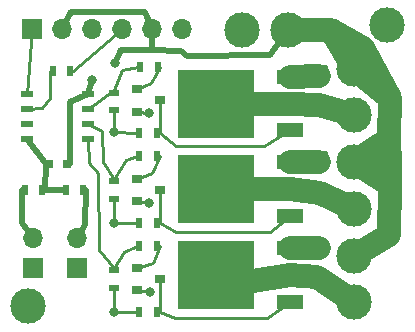
<source format=gbr>
G04 #@! TF.GenerationSoftware,KiCad,Pcbnew,(5.0.0)*
G04 #@! TF.CreationDate,2020-05-23T19:44:18-07:00*
G04 #@! TF.ProjectId,WS2811 Expander,57533238313120457870616E6465722E,rev?*
G04 #@! TF.SameCoordinates,Original*
G04 #@! TF.FileFunction,Copper,L1,Top,Signal*
G04 #@! TF.FilePolarity,Positive*
%FSLAX46Y46*%
G04 Gerber Fmt 4.6, Leading zero omitted, Abs format (unit mm)*
G04 Created by KiCad (PCBNEW (5.0.0)) date 05/23/20 19:44:18*
%MOMM*%
%LPD*%
G01*
G04 APERTURE LIST*
G04 #@! TA.AperFunction,ViaPad*
%ADD10C,0.600000*%
G04 #@! TD*
G04 #@! TA.AperFunction,SMDPad,CuDef*
%ADD11R,0.500000X0.900000*%
G04 #@! TD*
G04 #@! TA.AperFunction,SMDPad,CuDef*
%ADD12R,0.900000X0.500000*%
G04 #@! TD*
G04 #@! TA.AperFunction,SMDPad,CuDef*
%ADD13R,0.800000X0.750000*%
G04 #@! TD*
G04 #@! TA.AperFunction,ComponentPad*
%ADD14R,1.700000X1.700000*%
G04 #@! TD*
G04 #@! TA.AperFunction,ComponentPad*
%ADD15O,1.700000X1.700000*%
G04 #@! TD*
G04 #@! TA.AperFunction,SMDPad,CuDef*
%ADD16R,3.050000X2.750000*%
G04 #@! TD*
G04 #@! TA.AperFunction,SMDPad,CuDef*
%ADD17R,6.400000X5.800000*%
G04 #@! TD*
G04 #@! TA.AperFunction,SMDPad,CuDef*
%ADD18R,2.200000X1.200000*%
G04 #@! TD*
G04 #@! TA.AperFunction,ComponentPad*
%ADD19C,3.000000*%
G04 #@! TD*
G04 #@! TA.AperFunction,SMDPad,CuDef*
%ADD20R,0.900000X0.800000*%
G04 #@! TD*
G04 #@! TA.AperFunction,SMDPad,CuDef*
%ADD21R,1.100000X0.500000*%
G04 #@! TD*
G04 #@! TA.AperFunction,ViaPad*
%ADD22C,3.000000*%
G04 #@! TD*
G04 #@! TA.AperFunction,ViaPad*
%ADD23C,0.800000*%
G04 #@! TD*
G04 #@! TA.AperFunction,Conductor*
%ADD24C,2.000000*%
G04 #@! TD*
G04 #@! TA.AperFunction,Conductor*
%ADD25C,0.500000*%
G04 #@! TD*
G04 #@! TA.AperFunction,Conductor*
%ADD26C,0.250000*%
G04 #@! TD*
G04 APERTURE END LIST*
D10*
G04 #@! TO.N,N/C*
G04 #@! TO.C,REF\002A\002A*
X161015000Y-43880000D03*
G04 #@! TD*
G04 #@! TO.N,N/C*
G04 #@! TO.C,REF\002A\002A*
X161515000Y-43380000D03*
G04 #@! TD*
G04 #@! TO.N,N/C*
G04 #@! TO.C,REF\002A\002A*
X162015000Y-42880000D03*
G04 #@! TD*
G04 #@! TO.N,N/C*
G04 #@! TO.C,REF\002A\002A*
X162015000Y-43380000D03*
G04 #@! TD*
G04 #@! TO.N,N/C*
G04 #@! TO.C,REF\002A\002A*
X161515000Y-43880000D03*
G04 #@! TD*
G04 #@! TO.N,N/C*
G04 #@! TO.C,REF\002A\002A*
X161015000Y-43380000D03*
G04 #@! TD*
G04 #@! TO.N,N/C*
G04 #@! TO.C,REF\002A\002A*
X161515000Y-42880000D03*
G04 #@! TD*
G04 #@! TO.N,N/C*
G04 #@! TO.C,REF\002A\002A*
X161015000Y-42880000D03*
G04 #@! TD*
G04 #@! TO.N,N/C*
G04 #@! TO.C,REF\002A\002A*
X162015000Y-43880000D03*
G04 #@! TD*
G04 #@! TO.N,N/C*
G04 #@! TO.C,REF\002A\002A*
X161205000Y-36050000D03*
G04 #@! TD*
G04 #@! TO.N,N/C*
G04 #@! TO.C,REF\002A\002A*
X161705000Y-35550000D03*
G04 #@! TD*
G04 #@! TO.N,N/C*
G04 #@! TO.C,REF\002A\002A*
X162205000Y-36550000D03*
G04 #@! TD*
G04 #@! TO.N,N/C*
G04 #@! TO.C,REF\002A\002A*
X162205000Y-36050000D03*
G04 #@! TD*
G04 #@! TO.N,N/C*
G04 #@! TO.C,REF\002A\002A*
X161205000Y-36550000D03*
G04 #@! TD*
G04 #@! TO.N,N/C*
G04 #@! TO.C,REF\002A\002A*
X162205000Y-35550000D03*
G04 #@! TD*
G04 #@! TO.N,N/C*
G04 #@! TO.C,REF\002A\002A*
X161705000Y-36550000D03*
G04 #@! TD*
G04 #@! TO.N,N/C*
G04 #@! TO.C,REF\002A\002A*
X161705000Y-36050000D03*
G04 #@! TD*
G04 #@! TO.N,N/C*
G04 #@! TO.C,REF\002A\002A*
X161205000Y-35550000D03*
G04 #@! TD*
G04 #@! TO.N,N/C*
G04 #@! TO.C,REF\002A\002A*
X162205000Y-29290000D03*
G04 #@! TD*
G04 #@! TO.N,N/C*
G04 #@! TO.C,REF\002A\002A*
X161705000Y-29290000D03*
G04 #@! TD*
G04 #@! TO.N,N/C*
G04 #@! TO.C,REF\002A\002A*
X161205000Y-29290000D03*
G04 #@! TD*
G04 #@! TO.N,N/C*
G04 #@! TO.C,REF\002A\002A*
X162205000Y-28790000D03*
G04 #@! TD*
G04 #@! TO.N,N/C*
G04 #@! TO.C,REF\002A\002A*
X161705000Y-28790000D03*
G04 #@! TD*
G04 #@! TO.N,N/C*
G04 #@! TO.C,REF\002A\002A*
X161205000Y-28790000D03*
G04 #@! TD*
G04 #@! TO.N,N/C*
G04 #@! TO.C,REF\002A\002A*
X162205000Y-28290000D03*
G04 #@! TD*
G04 #@! TO.N,N/C*
G04 #@! TO.C,REF\002A\002A*
X161705000Y-28290000D03*
G04 #@! TD*
G04 #@! TO.N,N/C*
G04 #@! TO.C,REF\002A\002A*
X161205000Y-28290000D03*
G04 #@! TD*
D11*
G04 #@! TO.P,R11 ,1*
G04 #@! TO.N,Net-(R11-Pad1)*
X139140000Y-28480000D03*
G04 #@! TO.P,R11 ,2*
G04 #@! TO.N,/DIN*
X140640000Y-28480000D03*
G04 #@! TD*
G04 #@! TO.P,R6 ,1*
G04 #@! TO.N,/VCC*
X146490000Y-33790000D03*
G04 #@! TO.P,R6 ,2*
G04 #@! TO.N,Net-(Q4-Pad3)*
X147990000Y-33790000D03*
G04 #@! TD*
G04 #@! TO.P,R8 ,1*
G04 #@! TO.N,Net-(R10-Pad2)*
X141730000Y-38580000D03*
G04 #@! TO.P,R8 ,2*
G04 #@! TO.N,Net-(C1-Pad1)*
X140230000Y-38580000D03*
G04 #@! TD*
G04 #@! TO.P,R7 ,1*
G04 #@! TO.N,Net-(R7-Pad1)*
X136780000Y-38580000D03*
G04 #@! TO.P,R7 ,2*
G04 #@! TO.N,Net-(C1-Pad1)*
X138280000Y-38580000D03*
G04 #@! TD*
G04 #@! TO.P,R4 ,1*
G04 #@! TO.N,/VCC*
X146490000Y-48880000D03*
G04 #@! TO.P,R4 ,2*
G04 #@! TO.N,Net-(Q1-Pad3)*
X147990000Y-48880000D03*
G04 #@! TD*
G04 #@! TO.P,R5 ,1*
G04 #@! TO.N,/VCC*
X146490000Y-41360000D03*
G04 #@! TO.P,R5 ,2*
G04 #@! TO.N,Net-(Q3-Pad3)*
X147990000Y-41360000D03*
G04 #@! TD*
D12*
G04 #@! TO.P,R12,1*
G04 #@! TO.N,/VCC*
X144310000Y-46890000D03*
G04 #@! TO.P,R12,2*
G04 #@! TO.N,/OUTR*
X144310000Y-45390000D03*
G04 #@! TD*
G04 #@! TO.P,R13,1*
G04 #@! TO.N,/VCC*
X144370000Y-39340000D03*
G04 #@! TO.P,R13,2*
G04 #@! TO.N,/OUTG*
X144370000Y-37840000D03*
G04 #@! TD*
D11*
G04 #@! TO.P,R1,1*
G04 #@! TO.N,Net-(Q1-Pad1)*
X147990000Y-43300000D03*
G04 #@! TO.P,R1,2*
G04 #@! TO.N,/OUTR*
X146490000Y-43300000D03*
G04 #@! TD*
G04 #@! TO.P,R2,1*
G04 #@! TO.N,Net-(Q3-Pad1)*
X147990000Y-35730000D03*
G04 #@! TO.P,R2,2*
G04 #@! TO.N,/OUTG*
X146490000Y-35730000D03*
G04 #@! TD*
D12*
G04 #@! TO.P,R14,1*
G04 #@! TO.N,/VCC*
X144350000Y-31830000D03*
G04 #@! TO.P,R14,2*
G04 #@! TO.N,/OUTB*
X144350000Y-30330000D03*
G04 #@! TD*
D13*
G04 #@! TO.P,C1 ,2*
G04 #@! TO.N,/GND*
X140330000Y-36390000D03*
G04 #@! TO.P,C1 ,1*
G04 #@! TO.N,Net-(C1-Pad1)*
X138830000Y-36390000D03*
G04 #@! TD*
D11*
G04 #@! TO.P,R3,1*
G04 #@! TO.N,Net-(Q4-Pad1)*
X148030000Y-28180000D03*
G04 #@! TO.P,R3,2*
G04 #@! TO.N,/OUTB*
X146530000Y-28180000D03*
G04 #@! TD*
D14*
G04 #@! TO.P,J3,1*
G04 #@! TO.N,/DOUT*
X137360000Y-24950000D03*
D15*
G04 #@! TO.P,J3,2*
G04 #@! TO.N,/VCC*
X139900000Y-24950000D03*
G04 #@! TO.P,J3,3*
G04 #@! TO.N,/GND*
X142440000Y-24950000D03*
G04 #@! TO.P,J3,4*
G04 #@! TO.N,/DIN*
X144980000Y-24950000D03*
G04 #@! TO.P,J3,5*
G04 #@! TO.N,/VCC*
X147520000Y-24950000D03*
G04 #@! TO.P,J3,6*
G04 #@! TO.N,/GND*
X150060000Y-24950000D03*
G04 #@! TD*
D14*
G04 #@! TO.P, R10,1*
G04 #@! TO.N,/VCC*
X141240000Y-45190000D03*
D15*
G04 #@! TO.P, R10,2*
G04 #@! TO.N,Net-(R10-Pad2)*
X141240000Y-42650000D03*
G04 #@! TD*
D14*
G04 #@! TO.P,R9 ,1*
G04 #@! TO.N,/VCC*
X137460000Y-45190000D03*
D15*
G04 #@! TO.P,R9 ,2*
G04 #@! TO.N,Net-(R7-Pad1)*
X137460000Y-42650000D03*
G04 #@! TD*
D16*
G04 #@! TO.P,Q2,4*
G04 #@! TO.N,N/C*
X154635000Y-44215000D03*
X151285000Y-47265000D03*
X154635000Y-47265000D03*
X151285000Y-44215000D03*
D17*
X152960000Y-45740000D03*
D18*
G04 #@! TO.P,Q2,3*
G04 #@! TO.N,/GND*
X159260000Y-43460000D03*
G04 #@! TO.P,Q2,1*
G04 #@! TO.N,Net-(Q1-Pad3)*
X159260000Y-48020000D03*
G04 #@! TD*
G04 #@! TO.P,Q5,1*
G04 #@! TO.N,Net-(Q3-Pad3)*
X159260000Y-40780000D03*
G04 #@! TO.P,Q5,3*
G04 #@! TO.N,/GND*
X159260000Y-36220000D03*
D17*
G04 #@! TO.P,Q5,4*
G04 #@! TO.N,N/C*
X152960000Y-38500000D03*
D16*
X151285000Y-36975000D03*
X154635000Y-40025000D03*
X151285000Y-40025000D03*
X154635000Y-36975000D03*
G04 #@! TD*
G04 #@! TO.P,Q6,4*
G04 #@! TO.N,N/C*
X154635000Y-29735000D03*
X151285000Y-32785000D03*
X154635000Y-32785000D03*
X151285000Y-29735000D03*
D17*
X152960000Y-31260000D03*
D18*
G04 #@! TO.P,Q6,3*
G04 #@! TO.N,/GND*
X159260000Y-28980000D03*
G04 #@! TO.P,Q6,1*
G04 #@! TO.N,Net-(Q4-Pad3)*
X159260000Y-33540000D03*
G04 #@! TD*
D19*
G04 #@! TO.P,J2 ,6*
G04 #@! TO.N,/VCC*
X164660000Y-28300000D03*
G04 #@! TO.P,J2 ,5*
G04 #@! TO.N,/LED3*
X164660000Y-32260000D03*
G04 #@! TO.P,J2 ,4*
G04 #@! TO.N,/VCC*
X164660000Y-36220000D03*
G04 #@! TO.P,J2 ,3*
G04 #@! TO.N,/LED2*
X164660000Y-40180000D03*
G04 #@! TO.P,J2 ,2*
G04 #@! TO.N,/VCC*
X164660000Y-44140000D03*
G04 #@! TO.P,J2 ,1*
G04 #@! TO.N,/LED1*
X164660000Y-48100000D03*
G04 #@! TD*
G04 #@! TO.P,J1 ,2*
G04 #@! TO.N,/GND*
X155135000Y-24990000D03*
G04 #@! TO.P,J1 ,1*
G04 #@! TO.N,/VCC*
X159095000Y-24990000D03*
G04 #@! TD*
D20*
G04 #@! TO.P,Q1 ,3*
G04 #@! TO.N,Net-(Q1-Pad3)*
X148240000Y-46110000D03*
G04 #@! TO.P,Q1 ,2*
G04 #@! TO.N,/GND*
X146240000Y-47060000D03*
G04 #@! TO.P,Q1 ,1*
G04 #@! TO.N,Net-(Q1-Pad1)*
X146240000Y-45160000D03*
G04 #@! TD*
D21*
G04 #@! TO.P,U1,4*
G04 #@! TO.N,/GND*
X142140000Y-30455000D03*
G04 #@! TO.P,U1,5*
G04 #@! TO.N,/DOUT*
X136940000Y-30455000D03*
G04 #@! TO.P,U1,3*
G04 #@! TO.N,/OUTB*
X142140000Y-31725000D03*
G04 #@! TO.P,U1,2*
G04 #@! TO.N,/OUTG*
X142140000Y-32995000D03*
G04 #@! TO.P,U1,1*
G04 #@! TO.N,/OUTR*
X142140000Y-34265000D03*
G04 #@! TO.P,U1,6*
G04 #@! TO.N,Net-(R11-Pad1)*
X136940000Y-31725000D03*
G04 #@! TO.P,U1,7*
G04 #@! TO.N,Net-(U1-Pad7)*
X136940000Y-32995000D03*
G04 #@! TO.P,U1,8*
G04 #@! TO.N,Net-(C1-Pad1)*
X136940000Y-34265000D03*
G04 #@! TD*
D20*
G04 #@! TO.P,Q3 ,1*
G04 #@! TO.N,Net-(Q3-Pad1)*
X146240000Y-37605000D03*
G04 #@! TO.P,Q3 ,2*
G04 #@! TO.N,/GND*
X146240000Y-39505000D03*
G04 #@! TO.P,Q3 ,3*
G04 #@! TO.N,Net-(Q3-Pad3)*
X148240000Y-38555000D03*
G04 #@! TD*
G04 #@! TO.P,Q4 ,3*
G04 #@! TO.N,Net-(Q4-Pad3)*
X148240000Y-31000000D03*
G04 #@! TO.P,Q4 ,2*
G04 #@! TO.N,/GND*
X146240000Y-31950000D03*
G04 #@! TO.P,Q4 ,1*
G04 #@! TO.N,Net-(Q4-Pad1)*
X146240000Y-30050000D03*
G04 #@! TD*
D22*
G04 #@! TO.N,*
X167490000Y-24610000D03*
X137020000Y-48430000D03*
D23*
G04 #@! TO.N,/GND*
X142440000Y-29290000D03*
X147380000Y-47220000D03*
X147340000Y-39690000D03*
X147340000Y-32080000D03*
G04 #@! TO.N,/VCC*
X144310000Y-48890000D03*
X144340000Y-41350000D03*
X144360000Y-33690000D03*
X144390000Y-27860000D03*
G04 #@! TD*
D24*
G04 #@! TO.N,/GND*
X159260000Y-43460000D02*
X161720000Y-43470000D01*
X159260000Y-36220000D02*
X161700000Y-36210000D01*
X159260000Y-28980000D02*
X161700000Y-28940000D01*
D25*
X142140000Y-30455000D02*
X142440000Y-29290000D01*
D26*
X147380000Y-47220000D02*
X146240000Y-47060000D01*
X147340000Y-39690000D02*
X146240000Y-39505000D01*
X147340000Y-32080000D02*
X146240000Y-31950000D01*
D25*
X140580000Y-36390000D02*
X140580000Y-31150000D01*
X140580000Y-31150000D02*
X142140000Y-30455000D01*
G04 #@! TO.N,Net-(C1-Pad1)*
X136940000Y-34265000D02*
X138580000Y-36390000D01*
X138580000Y-36390000D02*
X138480000Y-38610000D01*
X138480000Y-38580000D02*
X140030000Y-38580000D01*
D24*
G04 #@! TO.N,/LED1*
X161520000Y-45970000D02*
X159260000Y-45740000D01*
X164660000Y-48100000D02*
X161520000Y-45970000D01*
X159260000Y-45740000D02*
X152960000Y-46790001D01*
D26*
G04 #@! TO.N,Net-(Q1-Pad3)*
X157270000Y-49400000D02*
X159260000Y-48020000D01*
X149520000Y-49410000D02*
X157270000Y-49400000D01*
X148240000Y-46110000D02*
X148190000Y-48880000D01*
X148190000Y-48880000D02*
X149520000Y-49410000D01*
G04 #@! TO.N,Net-(Q1-Pad1)*
X147620000Y-44770000D02*
X146240000Y-45160000D01*
X147620000Y-44770000D02*
X148190000Y-43300000D01*
D25*
G04 #@! TO.N,Net-(R7-Pad1)*
X136580000Y-38580000D02*
X136530000Y-41390000D01*
X136530000Y-41390000D02*
X137460000Y-42650000D01*
G04 #@! TO.N,Net-(R10-Pad2)*
X141930000Y-38580000D02*
X141920000Y-41550000D01*
X141920000Y-41550000D02*
X141240000Y-42650000D01*
D26*
G04 #@! TO.N,Net-(Q3-Pad1)*
X147570000Y-37170000D02*
X146240000Y-37605000D01*
X148190000Y-35730000D02*
X147570000Y-37170000D01*
G04 #@! TO.N,Net-(Q3-Pad3)*
X157520000Y-42120000D02*
X149560000Y-42120000D01*
X159260000Y-40780000D02*
X157520000Y-42120000D01*
X148240000Y-38555000D02*
X148190000Y-41360000D01*
X148190000Y-41360000D02*
X149560000Y-42120000D01*
G04 #@! TO.N,Net-(Q4-Pad3)*
X157010000Y-34870000D02*
X149550000Y-34870000D01*
X159260000Y-33540000D02*
X157010000Y-34870000D01*
X148240000Y-31000000D02*
X148190000Y-33790000D01*
X148190000Y-33790000D02*
X149550000Y-34870000D01*
G04 #@! TO.N,Net-(Q4-Pad1)*
X146240000Y-30050000D02*
X147480000Y-29520000D01*
X148230000Y-28180000D02*
X147480000Y-29520000D01*
D24*
G04 #@! TO.N,/LED2*
X161810000Y-38860000D02*
X159260000Y-38500000D01*
X164660000Y-40180000D02*
X161810000Y-38860000D01*
X159260000Y-38500000D02*
X152960000Y-38500000D01*
G04 #@! TO.N,/LED3*
X161700000Y-31360000D02*
X159260000Y-31260000D01*
X164660000Y-32260000D02*
X161700000Y-31360000D01*
X159260000Y-31260000D02*
X152960000Y-31260000D01*
G04 #@! TO.N,/VCC*
X167650000Y-42430000D02*
X167700000Y-38150000D01*
X167650000Y-34270000D02*
X167720000Y-30800000D01*
X164660000Y-28300000D02*
X167720000Y-30800000D01*
X167650000Y-34270000D02*
X164660000Y-36220000D01*
X164660000Y-36220000D02*
X167700000Y-38150000D01*
X167650000Y-42430000D02*
X164660000Y-44140000D01*
X159095000Y-24990000D02*
X162740000Y-25020000D01*
X162740000Y-25020000D02*
X164660000Y-28300000D01*
D25*
X140670000Y-23535010D02*
X146920000Y-23535010D01*
X140670000Y-23535010D02*
X139900000Y-24950000D01*
X146920000Y-23535010D02*
X147520000Y-24950000D01*
X147520000Y-24950000D02*
X147560000Y-26755774D01*
D26*
X144310000Y-48890000D02*
X146290000Y-48880000D01*
X144340000Y-41350000D02*
X146290000Y-41360000D01*
X144310000Y-48890000D02*
X144310000Y-47090000D01*
X144360000Y-33690000D02*
X146290000Y-33790000D01*
D25*
X145700000Y-26730000D02*
X147560000Y-26755774D01*
X144940000Y-26750000D02*
X145700000Y-26730000D01*
X144390000Y-27860000D02*
X144940000Y-26750000D01*
D26*
X144370000Y-39540000D02*
X144340000Y-41350000D01*
X144350000Y-32030000D02*
X144360000Y-33690000D01*
D24*
X162740000Y-25020000D02*
X165416999Y-26533001D01*
X165416999Y-26533001D02*
X167720000Y-30800000D01*
D25*
X164660000Y-36220000D02*
X167675773Y-36270000D01*
D24*
X167650000Y-34270000D02*
X167675773Y-36270000D01*
X167675773Y-36270000D02*
X167700000Y-38150000D01*
D25*
X157510000Y-27150000D02*
X159095000Y-24990000D01*
X150500000Y-27210000D02*
X157510000Y-27150000D01*
X147560000Y-26755774D02*
X150030000Y-26790000D01*
X150030000Y-26790000D02*
X150500000Y-27210000D01*
D26*
G04 #@! TO.N,/DIN*
X140840000Y-28480000D02*
X144980000Y-24950000D01*
G04 #@! TO.N,/DOUT*
X137360000Y-24950000D02*
X136940000Y-30455000D01*
G04 #@! TO.N,Net-(R11-Pad1)*
X138940000Y-28480000D02*
X138950000Y-30760000D01*
X138950000Y-30760000D02*
X138210000Y-31640000D01*
X138210000Y-31640000D02*
X136940000Y-31725000D01*
G04 #@! TO.N,/OUTR*
X143010000Y-37120000D02*
X143050000Y-43660000D01*
X143010000Y-37120000D02*
X142210000Y-36310000D01*
X142210000Y-36310000D02*
X142140000Y-34265000D01*
X143050000Y-43660000D02*
X144310000Y-45190000D01*
X144310000Y-45190000D02*
X145220000Y-43790000D01*
X145220000Y-43790000D02*
X146290000Y-43300000D01*
G04 #@! TO.N,/OUTG*
X144370000Y-37640000D02*
X145350000Y-36020000D01*
X142140000Y-32995000D02*
X143360000Y-33550000D01*
X143360000Y-33550000D02*
X143430000Y-36250000D01*
X143430000Y-36250000D02*
X144370000Y-37640000D01*
X145350000Y-36020000D02*
X146290000Y-35730000D01*
G04 #@! TO.N,/OUTB*
X144350000Y-30130000D02*
X145020000Y-28450000D01*
X144350000Y-30130000D02*
X142140000Y-31725000D01*
X145020000Y-28450000D02*
X146330000Y-28180000D01*
G04 #@! TD*
M02*

</source>
